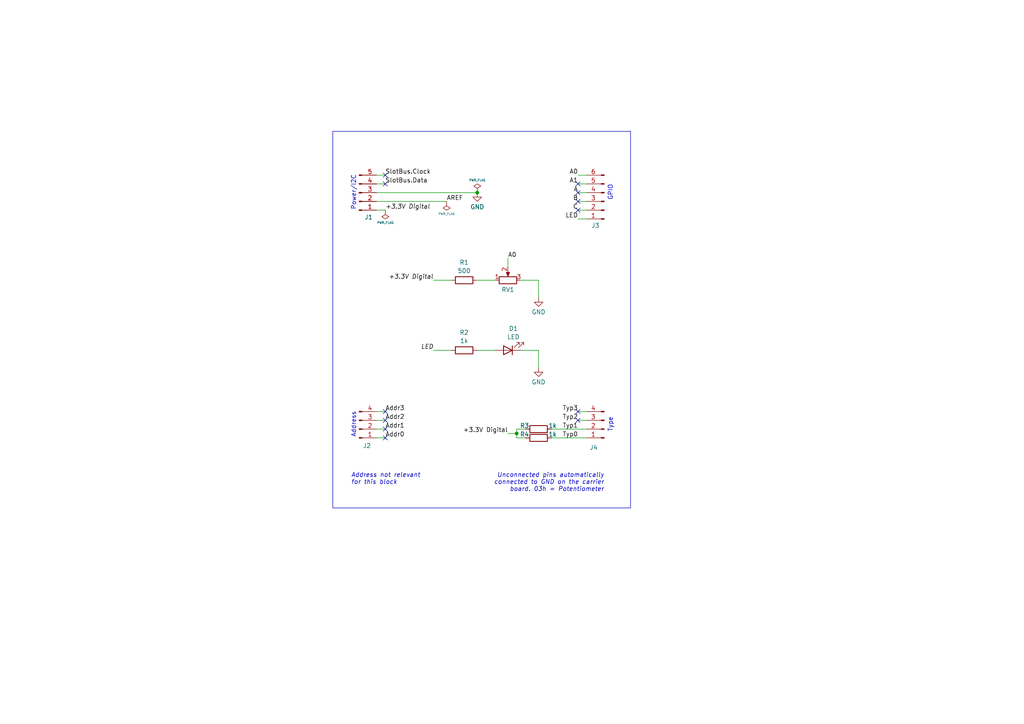
<source format=kicad_sch>
(kicad_sch (version 20250114) (generator "eeschema") (generator_version "9.0")
  (paper "A4")
  (title_block (title "Modular Music Controller / Block / Linear Potentiometer") (date "2025-12-01") (rev "1") (company "Dennis Schulmeister-Zimolong"))
  (lib_symbols
    (symbol "Connector:Conn_01x04_Pin" (pin_names (offset 1.016) (hide yes))
      (property "Reference" "J" (at 0 5.08 0))
      (property "Value" "Conn_01x04_Pin" (at 0 -7.62 0))
      (symbol "Conn_01x04_Pin_1_1"
        (rectangle (start 0.8636 2.667) (end 0 2.413) (stroke (width 0.1524)) (fill (type outline)))
        (rectangle (start 0.8636 0.127) (end 0 -0.127) (stroke (width 0.1524)) (fill (type outline)))
        (rectangle (start 0.8636 -2.413) (end 0 -2.667) (stroke (width 0.1524)) (fill (type outline)))
        (rectangle (start 0.8636 -4.953) (end 0 -5.207) (stroke (width 0.1524)) (fill (type outline)))
        (polyline (pts (xy 1.27 2.54) (xy 0.8636 2.54)) (stroke (width 0.1524)))
        (polyline (pts (xy 1.27 0) (xy 0.8636 0)) (stroke (width 0.1524)))
        (polyline (pts (xy 1.27 -2.54) (xy 0.8636 -2.54)) (stroke (width 0.1524)))
        (polyline (pts (xy 1.27 -5.08) (xy 0.8636 -5.08)) (stroke (width 0.1524)))
        (pin passive line (at 5.08 2.54 180) (length 3.81) (name "Pin_1") (number "1"))
        (pin passive line (at 5.08 0 180) (length 3.81) (name "Pin_2") (number "2"))
        (pin passive line (at 5.08 -2.54 180) (length 3.81) (name "Pin_3") (number "3"))
        (pin passive line (at 5.08 -5.08 180) (length 3.81) (name "Pin_4") (number "4"))
      )
    )
    (symbol "Connector:Conn_01x05_Pin" (pin_names (offset 1.016) (hide yes))
      (property "Reference" "J" (at 0 7.62 0))
      (property "Value" "Conn_01x05_Pin" (at 0 -7.62 0))
      (symbol "Conn_01x05_Pin_1_1"
        (rectangle (start 0.8636 5.207) (end 0 4.953) (stroke (width 0.1524)) (fill (type outline)))
        (rectangle (start 0.8636 2.667) (end 0 2.413) (stroke (width 0.1524)) (fill (type outline)))
        (rectangle (start 0.8636 0.127) (end 0 -0.127) (stroke (width 0.1524)) (fill (type outline)))
        (rectangle (start 0.8636 -2.413) (end 0 -2.667) (stroke (width 0.1524)) (fill (type outline)))
        (rectangle (start 0.8636 -4.953) (end 0 -5.207) (stroke (width 0.1524)) (fill (type outline)))
        (polyline (pts (xy 1.27 5.08) (xy 0.8636 5.08)) (stroke (width 0.1524)))
        (polyline (pts (xy 1.27 2.54) (xy 0.8636 2.54)) (stroke (width 0.1524)))
        (polyline (pts (xy 1.27 0) (xy 0.8636 0)) (stroke (width 0.1524)))
        (polyline (pts (xy 1.27 -2.54) (xy 0.8636 -2.54)) (stroke (width 0.1524)))
        (polyline (pts (xy 1.27 -5.08) (xy 0.8636 -5.08)) (stroke (width 0.1524)))
        (pin passive line (at 5.08 5.08 180) (length 3.81) (name "Pin_1") (number "1"))
        (pin passive line (at 5.08 2.54 180) (length 3.81) (name "Pin_2") (number "2"))
        (pin passive line (at 5.08 0 180) (length 3.81) (name "Pin_3") (number "3"))
        (pin passive line (at 5.08 -2.54 180) (length 3.81) (name "Pin_4") (number "4"))
        (pin passive line (at 5.08 -5.08 180) (length 3.81) (name "Pin_5") (number "5"))
      )
    )
    (symbol "Connector:Conn_01x06_Pin" (pin_names (offset 1.016) (hide yes))
      (property "Reference" "J" (at 0 7.62 0))
      (property "Value" "Conn_01x06_Pin" (at 0 -10.16 0))
      (symbol "Conn_01x06_Pin_1_1"
        (rectangle (start 0.8636 5.207) (end 0 4.953) (stroke (width 0.1524)) (fill (type outline)))
        (rectangle (start 0.8636 2.667) (end 0 2.413) (stroke (width 0.1524)) (fill (type outline)))
        (rectangle (start 0.8636 0.127) (end 0 -0.127) (stroke (width 0.1524)) (fill (type outline)))
        (rectangle (start 0.8636 -2.413) (end 0 -2.667) (stroke (width 0.1524)) (fill (type outline)))
        (rectangle (start 0.8636 -4.953) (end 0 -5.207) (stroke (width 0.1524)) (fill (type outline)))
        (rectangle (start 0.8636 -7.493) (end 0 -7.747) (stroke (width 0.1524)) (fill (type outline)))
        (polyline (pts (xy 1.27 5.08) (xy 0.8636 5.08)) (stroke (width 0.1524)))
        (polyline (pts (xy 1.27 2.54) (xy 0.8636 2.54)) (stroke (width 0.1524)))
        (polyline (pts (xy 1.27 0) (xy 0.8636 0)) (stroke (width 0.1524)))
        (polyline (pts (xy 1.27 -2.54) (xy 0.8636 -2.54)) (stroke (width 0.1524)))
        (polyline (pts (xy 1.27 -5.08) (xy 0.8636 -5.08)) (stroke (width 0.1524)))
        (polyline (pts (xy 1.27 -7.62) (xy 0.8636 -7.62)) (stroke (width 0.1524)))
        (pin passive line (at 5.08 5.08 180) (length 3.81) (name "Pin_1") (number "1"))
        (pin passive line (at 5.08 2.54 180) (length 3.81) (name "Pin_2") (number "2"))
        (pin passive line (at 5.08 0 180) (length 3.81) (name "Pin_3") (number "3"))
        (pin passive line (at 5.08 -2.54 180) (length 3.81) (name "Pin_4") (number "4"))
        (pin passive line (at 5.08 -5.08 180) (length 3.81) (name "Pin_5") (number "5"))
        (pin passive line (at 5.08 -7.62 180) (length 3.81) (name "Pin_6") (number "6"))
      )
    )
    (symbol "Device:LED" (pin_numbers (hide yes)) (pin_names (offset 1.016) (hide yes))
      (property "Reference" "D" (at 0 2.54 0))
      (property "Value" "LED" (at 0 -2.54 0))
      (symbol "LED_0_1"
        (polyline (pts (xy -3.048 -0.762) (xy -4.572 -2.286) (xy -3.81 -2.286) (xy -4.572 -2.286) (xy -4.572 -1.524)))
        (polyline (pts (xy -1.778 -0.762) (xy -3.302 -2.286) (xy -2.54 -2.286) (xy -3.302 -2.286) (xy -3.302 -1.524)))
        (polyline (pts (xy -1.27 0) (xy 1.27 0)))
        (polyline (pts (xy -1.27 -1.27) (xy -1.27 1.27)) (stroke (width 0.254)))
        (polyline (pts (xy 1.27 -1.27) (xy 1.27 1.27) (xy -1.27 0) (xy 1.27 -1.27)) (stroke (width 0.254)))
      )
      (symbol "LED_1_1"
        (pin passive line (at -3.81 0 0) (length 2.54) (name "K") (number "1"))
        (pin passive line (at 3.81 0 180) (length 2.54) (name "A") (number "2"))
      )
    )
    (symbol "Device:R" (pin_numbers (hide yes)) (pin_names (offset 0))
      (property "Reference" "R" (at 2.032 0 90))
      (property "Value" "R" (at 0 0 90))
      (symbol "R_0_1"
        (rectangle (start -1.016 -2.54) (end 1.016 2.54) (stroke (width 0.254)))
      )
      (symbol "R_1_1"
        (pin passive line (at 0 3.81 270) (length 1.27) (name "~") (number "1"))
        (pin passive line (at 0 -3.81 90) (length 1.27) (name "~") (number "2"))
      )
    )
    (symbol "Device:R_Potentiometer" (pin_names (offset 1.016) (hide yes))
      (property "Reference" "RV" (at -4.445 0 90))
      (property "Value" "R_Potentiometer" (at -2.54 0 90))
      (symbol "R_Potentiometer_0_1"
        (rectangle (start 1.016 2.54) (end -1.016 -2.54) (stroke (width 0.254)))
        (polyline (pts (xy 1.143 0) (xy 2.286 0.508) (xy 2.286 -0.508) (xy 1.143 0)) (fill (type outline)))
        (polyline (pts (xy 2.54 0) (xy 1.524 0)))
      )
      (symbol "R_Potentiometer_1_1"
        (pin passive line (at 0 3.81 270) (length 1.27) (name "1") (number "1"))
        (pin passive line (at 0 -3.81 90) (length 1.27) (name "3") (number "3"))
        (pin passive line (at 3.81 0 180) (length 1.27) (name "2") (number "2"))
      )
    )
    (symbol "power:GND" (power) (pin_numbers (hide yes)) (pin_names (offset 0) (hide yes))
      (property "Value" "GND" (at 0 -3.81 0))
      (symbol "GND_0_1"
        (polyline (pts (xy 0 0) (xy 0 -1.27) (xy 1.27 -1.27) (xy 0 -2.54) (xy -1.27 -1.27) (xy 0 -1.27)))
      )
      (symbol "GND_1_1"
        (pin power_in line (at 0 0 270) (length 0) (name "~") (number "1"))
      )
    )
    (symbol "power:PWR_FLAG" (power) (pin_numbers (hide yes)) (pin_names (offset 0) (hide yes))
      (property "Value" "PWR_FLAG" (at 0 3.81 0))
      (symbol "PWR_FLAG_0_0"
        (pin power_out line (at 0 0 90) (length 0) (name "~") (number "1"))
      )
      (symbol "PWR_FLAG_0_1"
        (polyline (pts (xy 0 0) (xy 0 1.27) (xy -1.016 1.905) (xy 0 2.54) (xy 1.016 1.905) (xy 0 1.27)))
      )
    )
  )
  (rectangle (start 96.52 38.1) (end 182.88 147.32))
  (text "Unconnected pins automatically\nconnected to GND on the carrier\nboard. 03h = Potentiometer" (at 175.26 137.16 0) (effects (font (size 1.27 1.27) (italic yes)) (justify right top)))
  (text "GPIO" (at 177.8 55.88 90) (effects (font (size 1.27 1.27)) (justify bottom)))
  (text "Type" (at 177.8 123.19 90) (effects (font (size 1.27 1.27)) (justify bottom)))
  (text "Address not relevant\nfor this block" (at 101.854 137.16 0) (effects (font (size 1.27 1.27) (italic yes)) (justify left top)))
  (text "Address" (at 101.854 123.19 90) (effects (font (size 1.27 1.27)) (justify top)))
  (text "Power/I2C" (at 101.854 55.88 90) (effects (font (size 1.27 1.27)) (justify top)))
  (junction (at 149.86 125.73))
  (junction (at 138.43 55.88))
  (no_connect (at 167.64 53.34))
  (no_connect (at 111.76 127))
  (no_connect (at 111.76 50.8))
  (no_connect (at 167.64 58.42))
  (no_connect (at 167.64 121.92))
  (no_connect (at 167.64 55.88))
  (no_connect (at 111.76 124.46))
  (no_connect (at 167.64 60.96))
  (no_connect (at 111.76 53.34))
  (no_connect (at 111.76 119.38))
  (no_connect (at 167.64 119.38))
  (no_connect (at 111.76 121.92))
  (wire (pts (xy 111.76 119.38) (xy 109.22 119.38)))
  (wire (pts (xy 109.22 60.96) (xy 111.76 60.96)))
  (wire (pts (xy 111.76 121.92) (xy 109.22 121.92)))
  (wire (pts (xy 167.64 60.96) (xy 170.18 60.96)))
  (wire (pts (xy 138.43 101.6) (xy 143.51 101.6)))
  (wire (pts (xy 111.76 124.46) (xy 109.22 124.46)))
  (wire (pts (xy 138.43 81.28) (xy 143.51 81.28)))
  (wire (pts (xy 167.64 53.34) (xy 170.18 53.34)))
  (wire (pts (xy 167.64 55.88) (xy 170.18 55.88)))
  (wire (pts (xy 167.64 121.92) (xy 170.18 121.92)))
  (wire (pts (xy 167.64 58.42) (xy 170.18 58.42)))
  (wire (pts (xy 109.22 55.88) (xy 138.43 55.88)))
  (wire (pts (xy 160.02 124.46) (xy 170.18 124.46)))
  (wire (pts (xy 109.22 50.8) (xy 111.76 50.8)))
  (wire (pts (xy 147.32 74.93) (xy 147.32 77.47)))
  (wire (pts (xy 109.22 58.42) (xy 129.54 58.42)))
  (wire (pts (xy 111.76 127) (xy 109.22 127)))
  (wire (pts (xy 125.73 81.28) (xy 130.81 81.28)))
  (wire (pts (xy 147.32 125.73) (xy 149.86 125.73)))
  (wire (pts (xy 167.64 50.8) (xy 170.18 50.8)))
  (wire (pts (xy 149.86 125.73) (xy 149.86 127)))
  (wire (pts (xy 125.73 101.6) (xy 130.81 101.6)))
  (wire (pts (xy 109.22 53.34) (xy 111.76 53.34)))
  (wire (pts (xy 149.86 124.46) (xy 149.86 125.73)))
  (wire (pts (xy 160.02 127) (xy 170.18 127)))
  (wire (pts (xy 156.21 81.28) (xy 156.21 86.36)))
  (wire (pts (xy 151.13 101.6) (xy 156.21 101.6)))
  (wire (pts (xy 149.86 127) (xy 152.4 127)))
  (wire (pts (xy 156.21 101.6) (xy 156.21 106.68)))
  (wire (pts (xy 151.13 81.28) (xy 156.21 81.28)))
  (wire (pts (xy 167.64 119.38) (xy 170.18 119.38)))
  (wire (pts (xy 152.4 124.46) (xy 149.86 124.46)))
  (wire (pts (xy 167.64 63.5) (xy 170.18 63.5)))
  (label "B" (at 167.64 58.42 180))
  (label "C" (at 167.64 60.96 180))
  (label "SlotBus.Data" (at 111.76 53.34 0))
  (label "SlotBus.Clock" (at 111.76 50.8 0))
  (label "A" (at 167.64 55.88 180))
  (label "A1" (at 167.64 53.34 180))
  (label "A0" (at 167.64 50.8 180))
  (label "LED" (at 167.64 63.5 180))
  (label "LED" (at 125.73 101.6 180) (effects (font (italic yes))))
  (label "+3.3V Digital" (at 125.73 81.28 180) (effects (font (italic yes))))
  (label "+3.3V Digital" (at 111.76 60.96 0) (effects (font (italic yes))))
  (label "A0" (at 147.32 74.93 0))
  (label "Typ1" (at 167.64 124.46 180))
  (label "Typ0" (at 167.64 127 180))
  (label "Typ2" (at 167.64 121.92 180))
  (label "Typ3" (at 167.64 119.38 180))
  (label "+3.3V Digital" (at 147.32 125.73 180))
  (label "AREF" (at 129.54 58.42 0))
  (label "Addr2" (at 111.76 121.92 0))
  (label "Addr1" (at 111.76 124.46 0))
  (label "Addr0" (at 111.76 127 0))
  (label "Addr3" (at 111.76 119.38 0))
  (symbol (lib_id "Device:R_Potentiometer") (at 147.32 81.28 90) (unit 1)
    (property "Reference" "RV1" (at 147.32 84.0161 90))
    (property "Value" "Alps Alpine RK09D1130A1N" (effects (hide yes)))
    (property "Footprint" "Potentiometer_THT:Potentiometer_Alps_RK09K_Single_Vertical" (effects (hide yes)))
    (property "Description" "Potentiometer" (effects (hide yes)))
  )
  (symbol (lib_id "Device:R") (at 134.62 101.6 90) (unit 1)
    (property "Reference" "R2" (at 134.62 96.4395 90))
    (property "Value" "1k" (at 134.62 98.8638 90))
    (property "Footprint" "Resistor_SMD:R_0402_1005Metric" (effects (hide yes)))
    (property "Description" "Resistor" (effects (hide yes)))
  )
  (symbol (lib_id "Connector:Conn_01x04_Pin") (at 175.26 124.46 180) (unit 1)
    (property "Reference" "J4" (at 172.212 129.794 0))
    (property "Value" "Samtec MTMS-104-02-T-S-100" (effects (hide yes)))
    (property "Footprint" "Connector_PinHeader_1.27mm:PinHeader_1x04_P1.27mm_Vertical" (effects (hide yes)))
    (property "Description" "Single row pin header" (effects (hide yes)))
  )
  (symbol (lib_id "Device:LED") (at 147.32 101.6 180) (unit 1)
    (property "Reference" "D1" (at 148.9075 95.2965 0))
    (property "Value" "LED" (at 148.9075 97.7208 0))
    (property "Footprint" "LED_SMD:LED_0805_2012Metric" (effects (hide yes)))
    (property "Description" "Light emitting diode" (effects (hide yes)))
    (property "Sim.Pins" "1=K 2=A" (effects (hide yes)))
  )
  (symbol (lib_id "Connector:Conn_01x06_Pin") (at 175.26 58.42 180) (unit 1)
    (property "Reference" "J3" (at 172.72 65.4163 0))
    (property "Value" "Samtec  MTMS-106-02-T-S-100" (effects (hide yes)))
    (property "Footprint" "Connector_PinHeader_1.27mm:PinHeader_1x06_P1.27mm_Vertical" (effects (hide yes)))
    (property "Description" "Single row pin header" (effects (hide yes)))
  )
  (symbol (lib_id "power:GND") (at 156.21 86.36 0) (unit 1)
    (property "Reference" "#PWR02" (effects (hide yes)))
    (property "Value" "GND" (at 156.21 90.4931 0))
    (property "Description" "Power symbol creates a global label with name \"GND\" , ground" (effects (hide yes)))
  )
  (symbol (lib_id "Device:R") (at 134.62 81.28 90) (unit 1)
    (property "Reference" "R1" (at 134.62 76.1195 90))
    (property "Value" "500" (at 134.62 78.5438 90))
    (property "Footprint" "Resistor_SMD:R_0402_1005Metric" (effects (hide yes)))
    (property "Description" "Resistor" (effects (hide yes)))
  )
  (symbol (lib_id "power:PWR_FLAG") (at 138.43 55.88 0) (unit 1)
    (property "Reference" "#FLG03" (effects (hide yes)))
    (property "Value" "PWR_FLAG" (at 138.43 52.2577 0) (effects (font (size 0.635 0.635) (thickness 0.0794))))
    (property "Description" "Special symbol for telling ERC where power comes from" (effects (hide yes)))
  )
  (symbol (lib_id "power:PWR_FLAG") (at 111.76 60.96 180) (unit 1)
    (property "Reference" "#FLG01" (effects (hide yes)))
    (property "Value" "PWR_FLAG" (at 111.76 64.5823 0) (effects (font (size 0.635 0.635) (thickness 0.0794))))
    (property "Description" "Special symbol for telling ERC where power comes from" (effects (hide yes)))
  )
  (symbol (lib_id "Connector:Conn_01x05_Pin") (at 104.14 55.88 0) (mirror x) (unit 1)
    (property "Reference" "J1" (at 106.934 62.992 0))
    (property "Value" "Samtec MTMS-105-02-T-S-100" (effects (hide yes)))
    (property "Footprint" "Connector_PinHeader_1.27mm:PinHeader_1x05_P1.27mm_Vertical" (effects (hide yes)))
    (property "Description" "Single row pin header" (effects (hide yes)))
  )
  (symbol (lib_id "Device:R") (at 156.21 127 90) (unit 1)
    (property "Reference" "R4" (at 152.146 125.984 90))
    (property "Value" "1k" (at 160.274 125.984 90))
    (property "Footprint" "Resistor_SMD:R_0402_1005Metric" (effects (hide yes)))
    (property "Description" "Resistor" (effects (hide yes)))
  )
  (symbol (lib_id "power:GND") (at 138.43 55.88 0) (unit 1)
    (property "Reference" "#PWR01" (effects (hide yes)))
    (property "Value" "GND" (at 138.43 60.0131 0))
    (property "Description" "Power symbol creates a global label with name \"GND\" , ground" (effects (hide yes)))
  )
  (symbol (lib_id "power:PWR_FLAG") (at 129.54 58.42 180) (unit 1)
    (property "Reference" "#FLG02" (effects (hide yes)))
    (property "Value" "PWR_FLAG" (at 129.54 62.0423 0) (effects (font (size 0.635 0.635) (thickness 0.0794))))
    (property "Description" "Special symbol for telling ERC where power comes from" (effects (hide yes)))
  )
  (symbol (lib_id "power:GND") (at 156.21 106.68 0) (unit 1)
    (property "Reference" "#PWR03" (effects (hide yes)))
    (property "Value" "GND" (at 156.21 110.8131 0))
    (property "Description" "Power symbol creates a global label with name \"GND\" , ground" (effects (hide yes)))
  )
  (symbol (lib_id "Device:R") (at 156.21 124.46 90) (unit 1)
    (property "Reference" "R3" (at 152.146 123.444 90))
    (property "Value" "1k" (at 160.274 123.444 90))
    (property "Footprint" "Resistor_SMD:R_0402_1005Metric" (effects (hide yes)))
    (property "Description" "Resistor" (effects (hide yes)))
  )
  (symbol (lib_id "Connector:Conn_01x04_Pin") (at 104.14 124.46 0) (mirror x) (unit 1)
    (property "Reference" "J2" (at 106.426 129.286 0))
    (property "Value" "Samtec MTMS-104-02-T-S-100" (effects (hide yes)))
    (property "Footprint" "Connector_PinHeader_1.27mm:PinHeader_1x04_P1.27mm_Vertical" (effects (hide yes)))
    (property "Description" "Single row pin header" (effects (hide yes)))
  )
)
</source>
